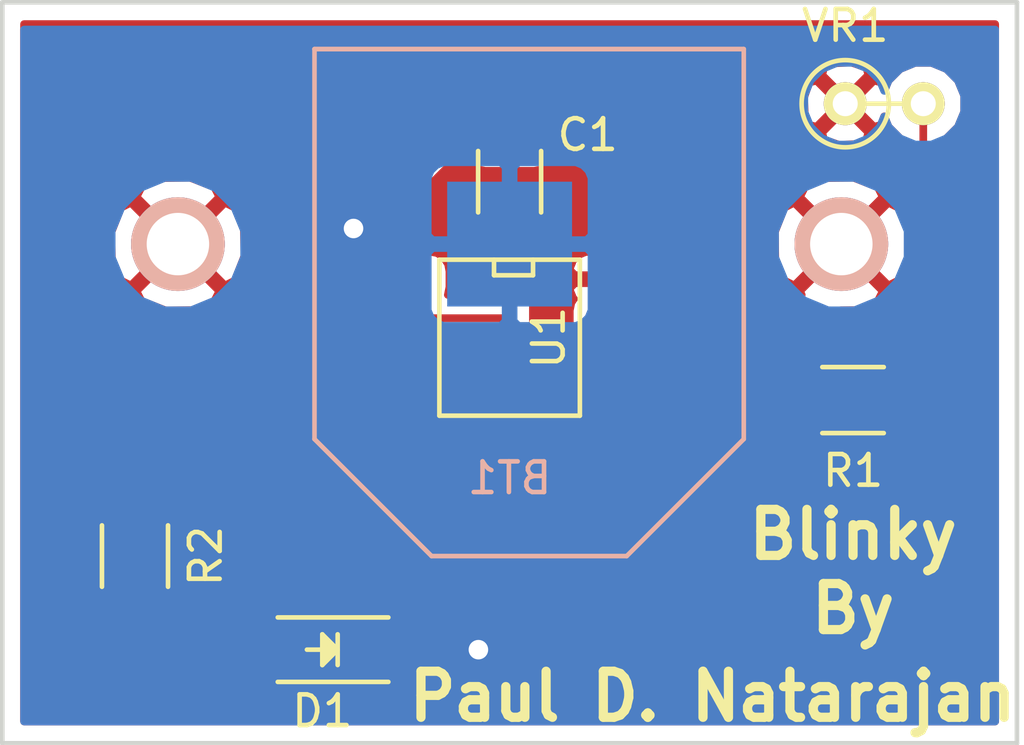
<source format=kicad_pcb>
(kicad_pcb (version 4) (host pcbnew 4.0.2-stable)

  (general
    (links 14)
    (no_connects 0)
    (area 153.594999 64.407 186.767857 88.975001)
    (thickness 1.6)
    (drawings 6)
    (tracks 27)
    (zones 0)
    (modules 7)
    (nets 8)
  )

  (page A4)
  (layers
    (0 F.Cu signal hide)
    (31 B.Cu signal hide)
    (32 B.Adhes user)
    (33 F.Adhes user)
    (34 B.Paste user)
    (35 F.Paste user)
    (36 B.SilkS user)
    (37 F.SilkS user)
    (38 B.Mask user)
    (39 F.Mask user)
    (40 Dwgs.User user)
    (41 Cmts.User user)
    (42 Eco1.User user)
    (43 Eco2.User user)
    (44 Edge.Cuts user)
    (45 Margin user)
    (46 B.CrtYd user)
    (47 F.CrtYd user)
    (48 B.Fab user)
    (49 F.Fab user)
  )

  (setup
    (last_trace_width 0.25)
    (trace_clearance 0.2)
    (zone_clearance 0.508)
    (zone_45_only no)
    (trace_min 0.2)
    (segment_width 0.2)
    (edge_width 0.15)
    (via_size 0.889)
    (via_drill 0.508)
    (via_min_size 0.889)
    (via_min_drill 0.508)
    (uvia_size 0.3)
    (uvia_drill 0.1)
    (uvias_allowed no)
    (uvia_min_size 0.2)
    (uvia_min_drill 0.1)
    (pcb_text_width 0.3)
    (pcb_text_size 1.5 1.5)
    (mod_edge_width 0.15)
    (mod_text_size 1 1)
    (mod_text_width 0.15)
    (pad_size 3.048 3.048)
    (pad_drill 2.032)
    (pad_to_mask_clearance 0.2)
    (aux_axis_origin 0 0)
    (visible_elements FFFFFF7F)
    (pcbplotparams
      (layerselection 0x00030_00000000)
      (usegerberextensions false)
      (excludeedgelayer true)
      (linewidth 0.100000)
      (plotframeref false)
      (viasonmask false)
      (mode 1)
      (useauxorigin false)
      (hpglpennumber 1)
      (hpglpenspeed 20)
      (hpglpendiameter 15)
      (hpglpenoverlay 2)
      (psnegative false)
      (psa4output false)
      (plotreference true)
      (plotvalue true)
      (plotinvisibletext false)
      (padsonsilk false)
      (subtractmaskfromsilk false)
      (outputformat 1)
      (mirror false)
      (drillshape 0)
      (scaleselection 1)
      (outputdirectory Gerber/))
  )

  (net 0 "")
  (net 1 "Net-(C1-Pad1)")
  (net 2 GND)
  (net 3 "Net-(D1-Pad2)")
  (net 4 "Net-(R1-Pad1)")
  (net 5 "Net-(R2-Pad1)")
  (net 6 VCC)
  (net 7 "Net-(U1-Pad5)")

  (net_class Default "This is the default net class."
    (clearance 0.2)
    (trace_width 0.25)
    (via_dia 0.889)
    (via_drill 0.508)
    (uvia_dia 0.3)
    (uvia_drill 0.1)
  )

  (net_class NewClass ""
    (clearance 0.2)
    (trace_width 0.25)
    (via_dia 0.889)
    (via_drill 0.635)
    (uvia_dia 0.3)
    (uvia_drill 0.1)
    (add_net GND)
    (add_net "Net-(C1-Pad1)")
    (add_net "Net-(D1-Pad2)")
    (add_net "Net-(R1-Pad1)")
    (add_net "Net-(R2-Pad1)")
    (add_net "Net-(U1-Pad5)")
    (add_net VCC)
  )

  (module Capacitors_SMD:C_1206 (layer F.Cu) (tedit 577AB19F) (tstamp 57730E04)
    (at 170.18 70.612 90)
    (descr "Capacitor SMD 1206, reflow soldering, AVX (see smccp.pdf)")
    (tags "capacitor 1206")
    (path /5772F577)
    (attr smd)
    (fp_text reference C1 (at 1.524 2.54 360) (layer F.SilkS)
      (effects (font (size 1 1) (thickness 0.15)))
    )
    (fp_text value 1u (at 0 2.3 90) (layer F.Fab) hide
      (effects (font (size 1 1) (thickness 0.15)))
    )
    (fp_line (start -2.3 -1.15) (end 2.3 -1.15) (layer F.CrtYd) (width 0.05))
    (fp_line (start -2.3 1.15) (end 2.3 1.15) (layer F.CrtYd) (width 0.05))
    (fp_line (start -2.3 -1.15) (end -2.3 1.15) (layer F.CrtYd) (width 0.05))
    (fp_line (start 2.3 -1.15) (end 2.3 1.15) (layer F.CrtYd) (width 0.05))
    (fp_line (start 1 -1.025) (end -1 -1.025) (layer F.SilkS) (width 0.15))
    (fp_line (start -1 1.025) (end 1 1.025) (layer F.SilkS) (width 0.15))
    (pad 1 smd rect (at -1.5 0 90) (size 1 1.6) (layers F.Cu F.Paste F.Mask)
      (net 1 "Net-(C1-Pad1)"))
    (pad 2 smd rect (at 1.5 0 90) (size 1 1.6) (layers F.Cu F.Paste F.Mask)
      (net 2 GND))
    (model Capacitors_SMD.3dshapes/C_1206.wrl
      (at (xyz 0 0 0))
      (scale (xyz 1 1 1))
      (rotate (xyz 0 0 0))
    )
  )

  (module Resistors_SMD:R_1206 (layer F.Cu) (tedit 57AA4CE9) (tstamp 57730E10)
    (at 181.356 77.724 180)
    (descr "Resistor SMD 1206, reflow soldering, Vishay (see dcrcw.pdf)")
    (tags "resistor 1206")
    (path /5772F535)
    (attr smd)
    (fp_text reference R1 (at 0 -2.3 180) (layer F.SilkS)
      (effects (font (size 1 1) (thickness 0.15)))
    )
    (fp_text value 470k (at 0 2.3 180) (layer F.Fab) hide
      (effects (font (size 1 1) (thickness 0.15)))
    )
    (fp_line (start -2.2 -1.2) (end 2.2 -1.2) (layer F.CrtYd) (width 0.05))
    (fp_line (start -2.2 1.2) (end 2.2 1.2) (layer F.CrtYd) (width 0.05))
    (fp_line (start -2.2 -1.2) (end -2.2 1.2) (layer F.CrtYd) (width 0.05))
    (fp_line (start 2.2 -1.2) (end 2.2 1.2) (layer F.CrtYd) (width 0.05))
    (fp_line (start 1 1.075) (end -1 1.075) (layer F.SilkS) (width 0.15))
    (fp_line (start -1 -1.075) (end 1 -1.075) (layer F.SilkS) (width 0.15))
    (pad 1 smd rect (at -1.45 0 180) (size 0.9 1.7) (layers F.Cu F.Paste F.Mask)
      (net 4 "Net-(R1-Pad1)"))
    (pad 2 smd rect (at 1.45 0 180) (size 0.9 1.7) (layers F.Cu F.Paste F.Mask)
      (net 1 "Net-(C1-Pad1)"))
    (model Resistors_SMD.3dshapes/R_1206.wrl
      (at (xyz 0 0 0))
      (scale (xyz 1 1 1))
      (rotate (xyz 0 0 0))
    )
  )

  (module Resistors_SMD:R_1206 (layer F.Cu) (tedit 578971EF) (tstamp 57730E16)
    (at 157.988 82.804 270)
    (descr "Resistor SMD 1206, reflow soldering, Vishay (see dcrcw.pdf)")
    (tags "resistor 1206")
    (path /5772F5EE)
    (attr smd)
    (fp_text reference R2 (at 0 -2.3 270) (layer F.SilkS)
      (effects (font (size 1 1) (thickness 0.15)))
    )
    (fp_text value 1K (at 0 2.3 270) (layer F.Fab) hide
      (effects (font (size 1 1) (thickness 0.15)))
    )
    (fp_line (start -2.2 -1.2) (end 2.2 -1.2) (layer F.CrtYd) (width 0.05))
    (fp_line (start -2.2 1.2) (end 2.2 1.2) (layer F.CrtYd) (width 0.05))
    (fp_line (start -2.2 -1.2) (end -2.2 1.2) (layer F.CrtYd) (width 0.05))
    (fp_line (start 2.2 -1.2) (end 2.2 1.2) (layer F.CrtYd) (width 0.05))
    (fp_line (start 1 1.075) (end -1 1.075) (layer F.SilkS) (width 0.15))
    (fp_line (start -1 -1.075) (end 1 -1.075) (layer F.SilkS) (width 0.15))
    (pad 1 smd rect (at -1.45 0 270) (size 0.9 1.7) (layers F.Cu F.Paste F.Mask)
      (net 5 "Net-(R2-Pad1)"))
    (pad 2 smd rect (at 1.45 0 270) (size 0.9 1.7) (layers F.Cu F.Paste F.Mask)
      (net 3 "Net-(D1-Pad2)"))
    (model Resistors_SMD.3dshapes/R_1206.wrl
      (at (xyz 0 0 0))
      (scale (xyz 1 1 1))
      (rotate (xyz 0 0 0))
    )
  )

  (module SMD_Packages:SOIC-8-N (layer F.Cu) (tedit 0) (tstamp 57730E22)
    (at 170.18 75.692 270)
    (descr "Module Narrow CMS SOJ 8 pins large")
    (tags "CMS SOJ")
    (path /5772F7B2)
    (attr smd)
    (fp_text reference U1 (at 0 -1.27 270) (layer F.SilkS)
      (effects (font (size 1 1) (thickness 0.15)))
    )
    (fp_text value 7555 (at 0 1.27 270) (layer F.Fab)
      (effects (font (size 1 1) (thickness 0.15)))
    )
    (fp_line (start -2.54 -2.286) (end 2.54 -2.286) (layer F.SilkS) (width 0.15))
    (fp_line (start 2.54 -2.286) (end 2.54 2.286) (layer F.SilkS) (width 0.15))
    (fp_line (start 2.54 2.286) (end -2.54 2.286) (layer F.SilkS) (width 0.15))
    (fp_line (start -2.54 2.286) (end -2.54 -2.286) (layer F.SilkS) (width 0.15))
    (fp_line (start -2.54 -0.762) (end -2.032 -0.762) (layer F.SilkS) (width 0.15))
    (fp_line (start -2.032 -0.762) (end -2.032 0.508) (layer F.SilkS) (width 0.15))
    (fp_line (start -2.032 0.508) (end -2.54 0.508) (layer F.SilkS) (width 0.15))
    (pad 8 smd rect (at -1.905 -3.175 270) (size 0.508 1.143) (layers F.Cu F.Paste F.Mask)
      (net 6 VCC))
    (pad 7 smd rect (at -0.635 -3.175 270) (size 0.508 1.143) (layers F.Cu F.Paste F.Mask)
      (net 4 "Net-(R1-Pad1)"))
    (pad 6 smd rect (at 0.635 -3.175 270) (size 0.508 1.143) (layers F.Cu F.Paste F.Mask)
      (net 1 "Net-(C1-Pad1)"))
    (pad 5 smd rect (at 1.905 -3.175 270) (size 0.508 1.143) (layers F.Cu F.Paste F.Mask)
      (net 7 "Net-(U1-Pad5)"))
    (pad 4 smd rect (at 1.905 3.175 270) (size 0.508 1.143) (layers F.Cu F.Paste F.Mask)
      (net 6 VCC))
    (pad 3 smd rect (at 0.635 3.175 270) (size 0.508 1.143) (layers F.Cu F.Paste F.Mask)
      (net 5 "Net-(R2-Pad1)"))
    (pad 2 smd rect (at -0.635 3.175 270) (size 0.508 1.143) (layers F.Cu F.Paste F.Mask)
      (net 1 "Net-(C1-Pad1)"))
    (pad 1 smd rect (at -1.905 3.175 270) (size 0.508 1.143) (layers F.Cu F.Paste F.Mask)
      (net 2 GND))
    (model SMD_Packages.3dshapes/SOIC-8-N.wrl
      (at (xyz 0 0 0))
      (scale (xyz 0.5 0.38 0.5))
      (rotate (xyz 0 0 0))
    )
  )

  (module Discret:R1 (layer F.Cu) (tedit 577AB156) (tstamp 57730E28)
    (at 182.372 68.072)
    (descr "Resistance verticale")
    (tags R)
    (path /5772F5A5)
    (fp_text reference VR1 (at -1.27 -2.54) (layer F.SilkS)
      (effects (font (size 1 1) (thickness 0.15)))
    )
    (fp_text value LDR (at -1.27 2.54) (layer F.Fab) hide
      (effects (font (size 1 1) (thickness 0.15)))
    )
    (fp_line (start -1.27 0) (end 1.27 0) (layer F.SilkS) (width 0.15))
    (fp_circle (center -1.27 0) (end -0.635 1.27) (layer F.SilkS) (width 0.15))
    (pad 1 thru_hole circle (at -1.27 0) (size 1.397 1.397) (drill 0.8128) (layers *.Cu *.Mask F.SilkS)
      (net 6 VCC))
    (pad 2 thru_hole circle (at 1.27 0) (size 1.397 1.397) (drill 0.8128) (layers *.Cu *.Mask F.SilkS)
      (net 4 "Net-(R1-Pad1)"))
    (model Discret.3dshapes/R1.wrl
      (at (xyz 0 0 0))
      (scale (xyz 1 1 1))
      (rotate (xyz 0 0 0))
    )
  )

  (module GTB_PCB_LIB:CR2032 (layer B.Cu) (tedit 57897C04) (tstamp 5779BEDD)
    (at 170.18 72.644 180)
    (path /5772FC7A)
    (fp_text reference BT1 (at 0 -7.62 180) (layer B.SilkS)
      (effects (font (size 1 1) (thickness 0.15)) (justify mirror))
    )
    (fp_text value CR2032 (at 0 5.08 180) (layer B.Fab) hide
      (effects (font (size 1 1) (thickness 0.15)) (justify mirror))
    )
    (fp_line (start -7.62 6.35) (end 6.35 6.35) (layer B.SilkS) (width 0.15))
    (fp_line (start 6.35 6.35) (end -7.62 6.35) (layer B.SilkS) (width 0.15))
    (fp_line (start 6.35 -6.35) (end 6.35 6.35) (layer B.SilkS) (width 0.15))
    (fp_line (start 2.54 -10.16) (end 6.35 -6.35) (layer B.SilkS) (width 0.15))
    (fp_line (start -3.81 -10.16) (end 2.54 -10.16) (layer B.SilkS) (width 0.15))
    (fp_line (start -7.62 -6.35) (end -3.81 -10.16) (layer B.SilkS) (width 0.15))
    (fp_line (start -7.62 6.35) (end -7.62 -6.35) (layer B.SilkS) (width 0.15))
    (pad 2 smd rect (at 0 0 180) (size 4.064 4.064) (layers B.Cu B.Paste B.Mask)
      (net 2 GND))
    (pad 1 thru_hole circle (at -10.795 0 180) (size 3.048 3.048) (drill 2.032) (layers *.Cu *.Mask B.SilkS)
      (net 6 VCC))
    (pad 1 thru_hole circle (at 10.795 0 180) (size 3.048 3.048) (drill 2.032) (layers *.Cu *.Mask B.SilkS)
      (net 6 VCC))
  )

  (module LEDs:LED_1206 (layer F.Cu) (tedit 577AB142) (tstamp 5779FD4C)
    (at 164.084 85.852 180)
    (descr "LED 1206 smd package")
    (tags "LED1206 SMD")
    (path /5772F917)
    (attr smd)
    (fp_text reference D1 (at 0 -2 180) (layer F.SilkS)
      (effects (font (size 1 1) (thickness 0.15)))
    )
    (fp_text value LED (at 0 2 180) (layer F.Fab) hide
      (effects (font (size 1 1) (thickness 0.15)))
    )
    (fp_line (start -2.15 1.05) (end 1.45 1.05) (layer F.SilkS) (width 0.15))
    (fp_line (start -2.15 -1.05) (end 1.45 -1.05) (layer F.SilkS) (width 0.15))
    (fp_line (start -0.1 -0.3) (end -0.1 0.3) (layer F.SilkS) (width 0.15))
    (fp_line (start -0.1 0.3) (end -0.4 0) (layer F.SilkS) (width 0.15))
    (fp_line (start -0.4 0) (end -0.2 -0.2) (layer F.SilkS) (width 0.15))
    (fp_line (start -0.2 -0.2) (end -0.2 0.05) (layer F.SilkS) (width 0.15))
    (fp_line (start -0.2 0.05) (end -0.25 0) (layer F.SilkS) (width 0.15))
    (fp_line (start -0.5 -0.5) (end -0.5 0.5) (layer F.SilkS) (width 0.15))
    (fp_line (start 0 0) (end 0.5 0) (layer F.SilkS) (width 0.15))
    (fp_line (start -0.5 0) (end 0 -0.5) (layer F.SilkS) (width 0.15))
    (fp_line (start 0 -0.5) (end 0 0.5) (layer F.SilkS) (width 0.15))
    (fp_line (start 0 0.5) (end -0.5 0) (layer F.SilkS) (width 0.15))
    (fp_line (start 2.5 -1.25) (end -2.5 -1.25) (layer F.CrtYd) (width 0.05))
    (fp_line (start -2.5 -1.25) (end -2.5 1.25) (layer F.CrtYd) (width 0.05))
    (fp_line (start -2.5 1.25) (end 2.5 1.25) (layer F.CrtYd) (width 0.05))
    (fp_line (start 2.5 1.25) (end 2.5 -1.25) (layer F.CrtYd) (width 0.05))
    (pad 2 smd rect (at 1.41986 0) (size 1.59766 1.80086) (layers F.Cu F.Paste F.Mask)
      (net 3 "Net-(D1-Pad2)"))
    (pad 1 smd rect (at -1.41986 0) (size 1.59766 1.80086) (layers F.Cu F.Paste F.Mask)
      (net 2 GND))
    (model LEDs.3dshapes/LED_1206.wrl
      (at (xyz 0 0 0))
      (scale (xyz 1 1 1))
      (rotate (xyz 0 0 180))
    )
  )

  (gr_text "Blinky\nBy" (at 181.356 83.312) (layer F.SilkS)
    (effects (font (size 1.5 1.5) (thickness 0.3)))
  )
  (gr_text "Paul D. Natarajan" (at 176.784 87.376) (layer F.SilkS)
    (effects (font (size 1.5 1.4492) (thickness 0.3)))
  )
  (gr_line (start 186.69 64.77) (end 153.67 64.77) (angle 90) (layer Edge.Cuts) (width 0.15))
  (gr_line (start 186.69 88.9) (end 186.69 64.77) (angle 90) (layer Edge.Cuts) (width 0.15))
  (gr_line (start 153.67 88.9) (end 186.69 88.9) (angle 90) (layer Edge.Cuts) (width 0.15))
  (gr_line (start 153.67 64.77) (end 153.67 88.9) (angle 90) (layer Edge.Cuts) (width 0.15))

  (segment (start 173.355 76.327) (end 175.387 76.327) (width 0.25) (layer F.Cu) (net 1))
  (segment (start 176.784 77.724) (end 179.906 77.724) (width 0.25) (layer F.Cu) (net 1) (tstamp 577AA7DA))
  (segment (start 175.387 76.327) (end 176.784 77.724) (width 0.25) (layer F.Cu) (net 1) (tstamp 577AA7D1))
  (segment (start 170.18 75.184) (end 170.18 76.2) (width 0.25) (layer F.Cu) (net 1))
  (segment (start 170.307 76.327) (end 173.355 76.327) (width 0.25) (layer F.Cu) (net 1) (tstamp 577AA7C4))
  (segment (start 170.18 76.2) (end 170.307 76.327) (width 0.25) (layer F.Cu) (net 1) (tstamp 577AA7C1))
  (segment (start 170.18 72.112) (end 170.18 75.184) (width 0.25) (layer F.Cu) (net 1))
  (segment (start 170.053 75.057) (end 167.005 75.057) (width 0.25) (layer F.Cu) (net 1) (tstamp 577AA7BE))
  (segment (start 170.18 75.184) (end 170.053 75.057) (width 0.25) (layer F.Cu) (net 1) (tstamp 577AA7BB))
  (via (at 165.1 72.136) (size 0.889) (drill 0.635) (layers F.Cu B.Cu) (net 2))
  (via (at 169.164 85.852) (size 0.889) (drill 0.635) (layers F.Cu B.Cu) (net 2))
  (segment (start 165.50386 85.852) (end 169.164 85.852) (width 0.25) (layer F.Cu) (net 2))
  (segment (start 170.18 69.112) (end 168.124 69.112) (width 0.25) (layer F.Cu) (net 2))
  (segment (start 165.1 72.136) (end 166.751 73.787) (width 0.25) (layer F.Cu) (net 2) (tstamp 577AAF02))
  (segment (start 168.124 69.112) (end 165.1 72.136) (width 0.25) (layer F.Cu) (net 2) (tstamp 577AAF43))
  (segment (start 167.005 73.787) (end 166.751 73.787) (width 0.25) (layer F.Cu) (net 2))
  (segment (start 157.988 84.254) (end 157.988 86.36) (width 0.25) (layer F.Cu) (net 3))
  (segment (start 158.496 85.852) (end 162.66414 85.852) (width 0.25) (layer F.Cu) (net 3) (tstamp 577AA5CF))
  (segment (start 157.988 86.36) (end 158.496 85.852) (width 0.25) (layer F.Cu) (net 3) (tstamp 577AA5CE))
  (segment (start 180.139 75.057) (end 182.806 77.724) (width 0.25) (layer F.Cu) (net 4) (tstamp 577AA8C4))
  (segment (start 173.355 75.057) (end 180.139 75.057) (width 0.25) (layer F.Cu) (net 4))
  (segment (start 182.806 77.724) (end 182.806 75.258) (width 0.25) (layer F.Cu) (net 4))
  (segment (start 183.642 74.422) (end 183.642 68.072) (width 0.25) (layer F.Cu) (net 4) (tstamp 577AA8BE))
  (segment (start 182.806 75.258) (end 183.642 74.422) (width 0.25) (layer F.Cu) (net 4) (tstamp 577AA8AB))
  (segment (start 157.988 81.354) (end 157.988 77.724) (width 0.25) (layer F.Cu) (net 5))
  (segment (start 159.385 76.327) (end 167.005 76.327) (width 0.25) (layer F.Cu) (net 5) (tstamp 577AA63D))
  (segment (start 157.988 77.724) (end 159.385 76.327) (width 0.25) (layer F.Cu) (net 5) (tstamp 577AA639))

  (zone (net 6) (net_name VCC) (layer F.Cu) (tstamp 577AA96F) (hatch edge 0.508)
    (connect_pads (clearance 0.508))
    (min_thickness 0.254)
    (fill yes (arc_segments 16) (thermal_gap 0.508) (thermal_bridge_width 0.508))
    (polygon
      (pts
        (xy 153.924 87.884) (xy 153.924 65.024) (xy 186.436 65.024) (xy 186.436 88.392) (xy 153.924 88.392)
        (xy 153.924 87.884)
      )
    )
    (filled_polygon
      (pts
        (xy 185.98 88.19) (xy 154.38 88.19) (xy 154.38 83.804) (xy 156.49056 83.804) (xy 156.49056 84.704)
        (xy 156.534838 84.939317) (xy 156.67391 85.155441) (xy 156.88611 85.300431) (xy 157.138 85.35144) (xy 157.228 85.35144)
        (xy 157.228 86.36) (xy 157.285852 86.650839) (xy 157.450599 86.897401) (xy 157.697161 87.062148) (xy 157.988 87.12)
        (xy 158.278839 87.062148) (xy 158.525401 86.897401) (xy 158.810802 86.612) (xy 161.21787 86.612) (xy 161.21787 86.75243)
        (xy 161.262148 86.987747) (xy 161.40122 87.203871) (xy 161.61342 87.348861) (xy 161.86531 87.39987) (xy 163.46297 87.39987)
        (xy 163.698287 87.355592) (xy 163.914411 87.21652) (xy 164.059401 87.00432) (xy 164.08303 86.887634) (xy 164.101868 86.987747)
        (xy 164.24094 87.203871) (xy 164.45314 87.348861) (xy 164.70503 87.39987) (xy 166.30269 87.39987) (xy 166.538007 87.355592)
        (xy 166.754131 87.21652) (xy 166.899121 87.00432) (xy 166.95013 86.75243) (xy 166.95013 86.612) (xy 168.397362 86.612)
        (xy 168.551714 86.766622) (xy 168.948332 86.931313) (xy 169.377784 86.931687) (xy 169.774689 86.767689) (xy 170.078622 86.464286)
        (xy 170.243313 86.067668) (xy 170.243687 85.638216) (xy 170.079689 85.241311) (xy 169.776286 84.937378) (xy 169.379668 84.772687)
        (xy 168.950216 84.772313) (xy 168.553311 84.936311) (xy 168.39735 85.092) (xy 166.95013 85.092) (xy 166.95013 84.95157)
        (xy 166.905852 84.716253) (xy 166.76678 84.500129) (xy 166.55458 84.355139) (xy 166.30269 84.30413) (xy 164.70503 84.30413)
        (xy 164.469713 84.348408) (xy 164.253589 84.48748) (xy 164.108599 84.69968) (xy 164.08497 84.816366) (xy 164.066132 84.716253)
        (xy 163.92706 84.500129) (xy 163.71486 84.355139) (xy 163.46297 84.30413) (xy 161.86531 84.30413) (xy 161.629993 84.348408)
        (xy 161.413869 84.48748) (xy 161.268879 84.69968) (xy 161.21787 84.95157) (xy 161.21787 85.092) (xy 159.341431 85.092)
        (xy 159.434431 84.95589) (xy 159.48544 84.704) (xy 159.48544 83.804) (xy 159.441162 83.568683) (xy 159.30209 83.352559)
        (xy 159.08989 83.207569) (xy 158.838 83.15656) (xy 157.138 83.15656) (xy 156.902683 83.200838) (xy 156.686559 83.33991)
        (xy 156.541569 83.55211) (xy 156.49056 83.804) (xy 154.38 83.804) (xy 154.38 80.904) (xy 156.49056 80.904)
        (xy 156.49056 81.804) (xy 156.534838 82.039317) (xy 156.67391 82.255441) (xy 156.88611 82.400431) (xy 157.138 82.45144)
        (xy 158.838 82.45144) (xy 159.073317 82.407162) (xy 159.289441 82.26809) (xy 159.434431 82.05589) (xy 159.48544 81.804)
        (xy 159.48544 80.904) (xy 159.441162 80.668683) (xy 159.30209 80.452559) (xy 159.08989 80.307569) (xy 158.838 80.25656)
        (xy 158.748 80.25656) (xy 158.748 78.038802) (xy 158.904052 77.88275) (xy 165.7985 77.88275) (xy 165.7985 77.977309)
        (xy 165.895173 78.210698) (xy 166.073801 78.389327) (xy 166.30719 78.486) (xy 166.71925 78.486) (xy 166.878 78.32725)
        (xy 166.878 77.724) (xy 167.132 77.724) (xy 167.132 78.32725) (xy 167.29075 78.486) (xy 167.70281 78.486)
        (xy 167.936199 78.389327) (xy 168.114827 78.210698) (xy 168.2115 77.977309) (xy 168.2115 77.88275) (xy 168.05275 77.724)
        (xy 167.132 77.724) (xy 166.878 77.724) (xy 165.95725 77.724) (xy 165.7985 77.88275) (xy 158.904052 77.88275)
        (xy 159.699802 77.087) (xy 165.85222 77.087) (xy 165.7985 77.216691) (xy 165.7985 77.31125) (xy 165.95725 77.47)
        (xy 166.878 77.47) (xy 166.878 77.45) (xy 167.132 77.45) (xy 167.132 77.47) (xy 168.05275 77.47)
        (xy 168.2115 77.31125) (xy 168.2115 77.216691) (xy 168.114827 76.983302) (xy 168.088291 76.956765) (xy 168.172931 76.83289)
        (xy 168.22394 76.581) (xy 168.22394 76.073) (xy 168.179662 75.837683) (xy 168.166353 75.817) (xy 169.42 75.817)
        (xy 169.42 76.2) (xy 169.477852 76.490839) (xy 169.642599 76.737401) (xy 169.769599 76.864401) (xy 170.016161 77.029148)
        (xy 170.307 77.087) (xy 172.189877 77.087) (xy 172.187069 77.09111) (xy 172.13606 77.343) (xy 172.13606 77.851)
        (xy 172.180338 78.086317) (xy 172.31941 78.302441) (xy 172.53161 78.447431) (xy 172.7835 78.49844) (xy 173.9265 78.49844)
        (xy 174.161817 78.454162) (xy 174.377941 78.31509) (xy 174.522931 78.10289) (xy 174.57394 77.851) (xy 174.57394 77.343)
        (xy 174.529662 77.107683) (xy 174.516353 77.087) (xy 175.072198 77.087) (xy 176.246599 78.261401) (xy 176.49316 78.426148)
        (xy 176.784 78.484) (xy 178.80856 78.484) (xy 178.80856 78.574) (xy 178.852838 78.809317) (xy 178.99191 79.025441)
        (xy 179.20411 79.170431) (xy 179.456 79.22144) (xy 180.356 79.22144) (xy 180.591317 79.177162) (xy 180.807441 79.03809)
        (xy 180.952431 78.82589) (xy 181.00344 78.574) (xy 181.00344 76.996242) (xy 181.70856 77.701362) (xy 181.70856 78.574)
        (xy 181.752838 78.809317) (xy 181.89191 79.025441) (xy 182.10411 79.170431) (xy 182.356 79.22144) (xy 183.256 79.22144)
        (xy 183.491317 79.177162) (xy 183.707441 79.03809) (xy 183.852431 78.82589) (xy 183.90344 78.574) (xy 183.90344 76.874)
        (xy 183.859162 76.638683) (xy 183.72009 76.422559) (xy 183.566 76.317274) (xy 183.566 75.572802) (xy 184.179401 74.959401)
        (xy 184.344148 74.712839) (xy 184.402 74.422) (xy 184.402 69.197536) (xy 184.771827 68.828353) (xy 184.975268 68.338413)
        (xy 184.975731 67.807914) (xy 184.773146 67.31762) (xy 184.398353 66.942173) (xy 183.908413 66.738732) (xy 183.377914 66.738269)
        (xy 182.88762 66.940854) (xy 182.512173 67.315647) (xy 182.378686 67.637118) (xy 182.2718 67.379071) (xy 182.036188 67.317417)
        (xy 181.281605 68.072) (xy 182.036188 68.826583) (xy 182.2718 68.764929) (xy 182.370083 68.485688) (xy 182.510854 68.82638)
        (xy 182.882 69.198174) (xy 182.882 71.586421) (xy 182.827568 71.455011) (xy 182.506307 71.292298) (xy 181.154605 72.644)
        (xy 182.506307 73.995702) (xy 182.827568 73.832989) (xy 182.882 73.694398) (xy 182.882 74.107198) (xy 182.268599 74.720599)
        (xy 182.103852 74.967161) (xy 182.046 75.258) (xy 182.046 75.889198) (xy 180.960437 74.803635) (xy 181.444221 74.794706)
        (xy 182.163989 74.496568) (xy 182.326702 74.175307) (xy 180.975 72.823605) (xy 179.623298 74.175307) (xy 179.684933 74.297)
        (xy 174.50778 74.297) (xy 174.5615 74.167309) (xy 174.5615 74.07275) (xy 174.40275 73.914) (xy 173.482 73.914)
        (xy 173.482 73.934) (xy 173.228 73.934) (xy 173.228 73.914) (xy 172.30725 73.914) (xy 172.1485 74.07275)
        (xy 172.1485 74.167309) (xy 172.245173 74.400698) (xy 172.271709 74.427235) (xy 172.187069 74.55111) (xy 172.13606 74.803)
        (xy 172.13606 75.311) (xy 172.180338 75.546317) (xy 172.193647 75.567) (xy 170.94 75.567) (xy 170.94 73.406691)
        (xy 172.1485 73.406691) (xy 172.1485 73.50125) (xy 172.30725 73.66) (xy 173.228 73.66) (xy 173.228 73.05675)
        (xy 173.482 73.05675) (xy 173.482 73.66) (xy 174.40275 73.66) (xy 174.5615 73.50125) (xy 174.5615 73.406691)
        (xy 174.464827 73.173302) (xy 174.286199 72.994673) (xy 174.05281 72.898) (xy 173.64075 72.898) (xy 173.482 73.05675)
        (xy 173.228 73.05675) (xy 173.06925 72.898) (xy 172.65719 72.898) (xy 172.423801 72.994673) (xy 172.245173 73.173302)
        (xy 172.1485 73.406691) (xy 170.94 73.406691) (xy 170.94 73.25944) (xy 170.98 73.25944) (xy 171.215317 73.215162)
        (xy 171.431441 73.07609) (xy 171.576431 72.86389) (xy 171.62744 72.612) (xy 171.62744 72.254464) (xy 178.808444 72.254464)
        (xy 178.824294 73.113221) (xy 179.122432 73.832989) (xy 179.443693 73.995702) (xy 180.795395 72.644) (xy 179.443693 71.292298)
        (xy 179.122432 71.455011) (xy 178.808444 72.254464) (xy 171.62744 72.254464) (xy 171.62744 71.612) (xy 171.583162 71.376683)
        (xy 171.44409 71.160559) (xy 171.374036 71.112693) (xy 179.623298 71.112693) (xy 180.975 72.464395) (xy 182.326702 71.112693)
        (xy 182.163989 70.791432) (xy 181.364536 70.477444) (xy 180.505779 70.493294) (xy 179.786011 70.791432) (xy 179.623298 71.112693)
        (xy 171.374036 71.112693) (xy 171.23189 71.015569) (xy 170.98 70.96456) (xy 169.38 70.96456) (xy 169.144683 71.008838)
        (xy 168.928559 71.14791) (xy 168.783569 71.36011) (xy 168.73256 71.612) (xy 168.73256 72.612) (xy 168.776838 72.847317)
        (xy 168.91591 73.063441) (xy 169.12811 73.208431) (xy 169.38 73.25944) (xy 169.42 73.25944) (xy 169.42 74.297)
        (xy 168.170123 74.297) (xy 168.172931 74.29289) (xy 168.22394 74.041) (xy 168.22394 73.533) (xy 168.179662 73.297683)
        (xy 168.04059 73.081559) (xy 167.82839 72.936569) (xy 167.5765 72.88556) (xy 166.924362 72.88556) (xy 166.179497 72.140695)
        (xy 166.179505 72.131297) (xy 168.438802 69.872) (xy 168.792721 69.872) (xy 168.91591 70.063441) (xy 169.12811 70.208431)
        (xy 169.38 70.25944) (xy 170.98 70.25944) (xy 171.215317 70.215162) (xy 171.431441 70.07609) (xy 171.576431 69.86389)
        (xy 171.62744 69.612) (xy 171.62744 69.006188) (xy 180.347417 69.006188) (xy 180.409071 69.2418) (xy 180.90948 69.417927)
        (xy 181.439199 69.389148) (xy 181.794929 69.2418) (xy 181.856583 69.006188) (xy 181.102 68.251605) (xy 180.347417 69.006188)
        (xy 171.62744 69.006188) (xy 171.62744 68.612) (xy 171.583162 68.376683) (xy 171.44409 68.160559) (xy 171.23189 68.015569)
        (xy 170.98 67.96456) (xy 169.38 67.96456) (xy 169.144683 68.008838) (xy 168.928559 68.14791) (xy 168.78911 68.352)
        (xy 168.124 68.352) (xy 167.833161 68.409852) (xy 167.586599 68.574599) (xy 165.104695 71.056503) (xy 164.886216 71.056313)
        (xy 164.489311 71.220311) (xy 164.185378 71.523714) (xy 164.020687 71.920332) (xy 164.020313 72.349784) (xy 164.184311 72.746689)
        (xy 164.487714 73.050622) (xy 164.884332 73.215313) (xy 165.104703 73.215505) (xy 165.78606 73.896862) (xy 165.78606 74.041)
        (xy 165.830338 74.276317) (xy 165.924666 74.422907) (xy 165.837069 74.55111) (xy 165.78606 74.803) (xy 165.78606 75.311)
        (xy 165.830338 75.546317) (xy 165.843647 75.567) (xy 159.385 75.567) (xy 159.09416 75.624852) (xy 158.847599 75.789599)
        (xy 157.450599 77.186599) (xy 157.285852 77.433161) (xy 157.228 77.724) (xy 157.228 80.25656) (xy 157.138 80.25656)
        (xy 156.902683 80.300838) (xy 156.686559 80.43991) (xy 156.541569 80.65211) (xy 156.49056 80.904) (xy 154.38 80.904)
        (xy 154.38 74.175307) (xy 158.033298 74.175307) (xy 158.196011 74.496568) (xy 158.995464 74.810556) (xy 159.854221 74.794706)
        (xy 160.573989 74.496568) (xy 160.736702 74.175307) (xy 159.385 72.823605) (xy 158.033298 74.175307) (xy 154.38 74.175307)
        (xy 154.38 72.254464) (xy 157.218444 72.254464) (xy 157.234294 73.113221) (xy 157.532432 73.832989) (xy 157.853693 73.995702)
        (xy 159.205395 72.644) (xy 159.564605 72.644) (xy 160.916307 73.995702) (xy 161.237568 73.832989) (xy 161.551556 73.033536)
        (xy 161.535706 72.174779) (xy 161.237568 71.455011) (xy 160.916307 71.292298) (xy 159.564605 72.644) (xy 159.205395 72.644)
        (xy 157.853693 71.292298) (xy 157.532432 71.455011) (xy 157.218444 72.254464) (xy 154.38 72.254464) (xy 154.38 71.112693)
        (xy 158.033298 71.112693) (xy 159.385 72.464395) (xy 160.736702 71.112693) (xy 160.573989 70.791432) (xy 159.774536 70.477444)
        (xy 158.915779 70.493294) (xy 158.196011 70.791432) (xy 158.033298 71.112693) (xy 154.38 71.112693) (xy 154.38 67.87948)
        (xy 179.756073 67.87948) (xy 179.784852 68.409199) (xy 179.9322 68.764929) (xy 180.167812 68.826583) (xy 180.922395 68.072)
        (xy 180.167812 67.317417) (xy 179.9322 67.379071) (xy 179.756073 67.87948) (xy 154.38 67.87948) (xy 154.38 67.137812)
        (xy 180.347417 67.137812) (xy 181.102 67.892395) (xy 181.856583 67.137812) (xy 181.794929 66.9022) (xy 181.29452 66.726073)
        (xy 180.764801 66.754852) (xy 180.409071 66.9022) (xy 180.347417 67.137812) (xy 154.38 67.137812) (xy 154.38 65.48)
        (xy 185.98 65.48)
      )
    )
  )
  (zone (net 2) (net_name GND) (layer B.Cu) (tstamp 577AADE7) (hatch edge 0.508)
    (connect_pads (clearance 0.508))
    (min_thickness 0.254)
    (fill yes (arc_segments 16) (thermal_gap 0.508) (thermal_bridge_width 0.508))
    (polygon
      (pts
        (xy 186.436 88.392) (xy 153.924 88.392) (xy 153.924 65.532) (xy 186.436 65.532) (xy 186.436 88.392)
      )
    )
    (filled_polygon
      (pts
        (xy 185.98 88.19) (xy 154.38 88.19) (xy 154.38 73.071567) (xy 157.225626 73.071567) (xy 157.553622 73.865377)
        (xy 158.160428 74.473244) (xy 158.953664 74.802624) (xy 159.812567 74.803374) (xy 160.606377 74.475378) (xy 161.214244 73.868572)
        (xy 161.543624 73.075336) (xy 161.543751 72.92975) (xy 167.513 72.92975) (xy 167.513 74.80231) (xy 167.609673 75.035699)
        (xy 167.788302 75.214327) (xy 168.021691 75.311) (xy 169.89425 75.311) (xy 170.053 75.15225) (xy 170.053 72.771)
        (xy 170.307 72.771) (xy 170.307 75.15225) (xy 170.46575 75.311) (xy 172.338309 75.311) (xy 172.571698 75.214327)
        (xy 172.750327 75.035699) (xy 172.847 74.80231) (xy 172.847 73.071567) (xy 178.815626 73.071567) (xy 179.143622 73.865377)
        (xy 179.750428 74.473244) (xy 180.543664 74.802624) (xy 181.402567 74.803374) (xy 182.196377 74.475378) (xy 182.804244 73.868572)
        (xy 183.133624 73.075336) (xy 183.134374 72.216433) (xy 182.806378 71.422623) (xy 182.199572 70.814756) (xy 181.406336 70.485376)
        (xy 180.547433 70.484626) (xy 179.753623 70.812622) (xy 179.145756 71.419428) (xy 178.816376 72.212664) (xy 178.815626 73.071567)
        (xy 172.847 73.071567) (xy 172.847 72.92975) (xy 172.68825 72.771) (xy 170.307 72.771) (xy 170.053 72.771)
        (xy 167.67175 72.771) (xy 167.513 72.92975) (xy 161.543751 72.92975) (xy 161.544374 72.216433) (xy 161.216378 71.422623)
        (xy 160.609572 70.814756) (xy 159.817093 70.48569) (xy 167.513 70.48569) (xy 167.513 72.35825) (xy 167.67175 72.517)
        (xy 170.053 72.517) (xy 170.053 70.13575) (xy 170.307 70.13575) (xy 170.307 72.517) (xy 172.68825 72.517)
        (xy 172.847 72.35825) (xy 172.847 70.48569) (xy 172.750327 70.252301) (xy 172.571698 70.073673) (xy 172.338309 69.977)
        (xy 170.46575 69.977) (xy 170.307 70.13575) (xy 170.053 70.13575) (xy 169.89425 69.977) (xy 168.021691 69.977)
        (xy 167.788302 70.073673) (xy 167.609673 70.252301) (xy 167.513 70.48569) (xy 159.817093 70.48569) (xy 159.816336 70.485376)
        (xy 158.957433 70.484626) (xy 158.163623 70.812622) (xy 157.555756 71.419428) (xy 157.226376 72.212664) (xy 157.225626 73.071567)
        (xy 154.38 73.071567) (xy 154.38 68.336086) (xy 179.768269 68.336086) (xy 179.970854 68.82638) (xy 180.345647 69.201827)
        (xy 180.835587 69.405268) (xy 181.366086 69.405731) (xy 181.85638 69.203146) (xy 182.231827 68.828353) (xy 182.372094 68.490554)
        (xy 182.510854 68.82638) (xy 182.885647 69.201827) (xy 183.375587 69.405268) (xy 183.906086 69.405731) (xy 184.39638 69.203146)
        (xy 184.771827 68.828353) (xy 184.975268 68.338413) (xy 184.975731 67.807914) (xy 184.773146 67.31762) (xy 184.398353 66.942173)
        (xy 183.908413 66.738732) (xy 183.377914 66.738269) (xy 182.88762 66.940854) (xy 182.512173 67.315647) (xy 182.371906 67.653446)
        (xy 182.233146 67.31762) (xy 181.858353 66.942173) (xy 181.368413 66.738732) (xy 180.837914 66.738269) (xy 180.34762 66.940854)
        (xy 179.972173 67.315647) (xy 179.768732 67.805587) (xy 179.768269 68.336086) (xy 154.38 68.336086) (xy 154.38 65.659)
        (xy 185.98 65.659)
      )
    )
  )
)

</source>
